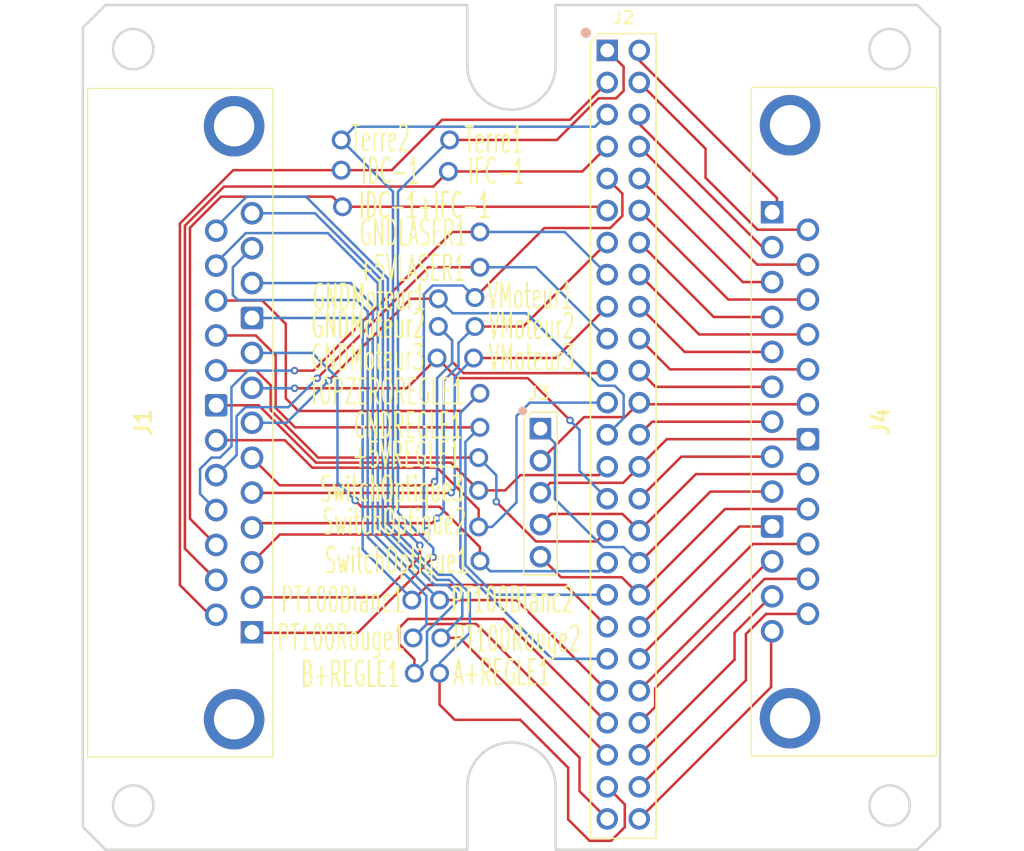
<source format=kicad_pcb>
(kicad_pcb (version 20240108) (generator "pcbnew") (generator_version "8.0")
  (layers (0 "F.Cu" signal) (31 "B.Cu" signal) (34 "B.Paste" user) (35 "F.Paste" user) (36 "B.SilkS" user "B.Silkscreen") (37 "F.SilkS" user "F.Silkscreen") (38 "B.Mask" user) (39 "F.Mask" user) (44 "Edge.Cuts" user))
  (net 0 "")
  (net 1 "Net-(+5VLASER1-Pin_1)")
  (net 2 "Net-(+5VREGLE1-Pin_1)")
  (net 3 "Net-(A+REGLE1-Pin_1)")
  (net 4 "Net-(B+REGLE1-Pin_1)")
  (net 5 "Net-(GNDLASER1-Pin_1)")
  (net 6 "Net-(GNDMoteur1-Pin_1)")
  (net 7 "Net-(GNDMoteur2-Pin_1)")
  (net 8 "Net-(GNDMoteur3-Pin_1)")
  (net 9 "Net-(GNDREGLE1-Pin_1)")
  (net 10 "Net-(IDC-1+IFC-1-Pin_1)")
  (net 11 "Net-(J2-Pin_5)")
  (net 12 "Net-(J2-Pin_23)")
  (net 13 "Net-(J2-Pin_41)")
  (net 14 "Net-(J2-Pin_17)")
  (net 15 "Net-(J2-Pin_33)")
  (net 16 "Net-(J2-Pin_39)")
  (net 17 "Net-(J2-Pin_13)")
  (net 18 "Net-(J2-Pin_49)")
  (net 19 "Net-(J2-Pin_1)")
  (net 20 "Net-(J2-Pin_45)")
  (net 21 "Net-(J2-Pin_27)")
  (net 22 "Net-(J2-Pin_9)")
  (net 23 "Net-(J2-Pin_37)")
  (net 24 "Net-(J2-Pin_18)")
  (net 25 "Net-(J2-Pin_2)")
  (net 26 "Net-(J2-Pin_10)")
  (net 27 "Net-(J2-Pin_28)")
  (net 28 "Net-(J2-Pin_24)")
  (net 29 "Net-(J2-Pin_6)")
  (net 30 "Net-(J2-Pin_34)")
  (net 31 "Net-(J2-Pin_14)")
  (net 32 "Net-(J4-Pad26)")
  (net 33 "Net-(IDC-1-Pin_1)")
  (net 34 "Net-(IFC-1-Pin_1)")
  (net 35 "Net-(J2-Pin_16)")
  (net 36 "Net-(J2-Pin_30)")
  (net 37 "Net-(J2-Pin22)")
  (net 38 "Net-(J2-Pin_32)")
  (net 39 "Net-(J2-Pin_26)")
  (net 40 "Net-(J2-Pin_8)")
  (net 41 "Net-(J2-Pin_12)")
  (net 42 "Net-(J2-Pin_20)")
  (net 43 "Net-(J2-Pin_4)")
  (net 44 "Net-(J2-Pin_40)")
  (net 45 "Net-(J2-Pin_44)")
  (net 46 "Net-(J2-Pin_46)")
  (net 47 "Net-(J2-Pin_50)")
  (net 48 "Net-(J2-Pin_42)")
  (net 49 "Net-(J2-Pin_48)")
  (net 50 "Net-(J2-Pin_36)")
  (net 51 "Net-(J2-Pin_38)")
  (footprint "Omidivers:Pt_trad_1.0mm" (layer "F.Cu") (at 155.9 70.9)
    (property "Reference" "Terre1")
    (property "Value" "Pt_trad_1.0mm" (hide yes))
  )
  (footprint "Omidivers:Pt_trad_1.0mm" (layer "F.Cu") (at 158.3 104.3 180)
    (property "Reference" "SwitchOptique1")
    (property "Value" "PT_cms_1.0mm" (hide yes))
  )
  (footprint "Omidivers:Pt_trad_1.0mm" (layer "F.Cu") (at 152.9 107.4)
    (property "Reference" "PT100Blanc1")
    (property "Value" "PT_cms_1.0mm" (hide yes))
  )
  (footprint "Omidivers:Pt_trad_1.0mm" (layer "F.Cu") (at 157.8 88.2)
    (property "Reference" "VMoteur3")
    (property "Value" "PT_cms_1.0mm" (hide yes))
  )
  (footprint "Omiconnecteur:PinHeader_2x25_P2.54mm_V_omi" (layer "F.Cu") (at 168.4 63.8)
    (property "Reference" "J2")
    (property "Value" "Conn_02x25_Odd_Even" (hide yes))
  )
  (footprint "Omidivers:Pt_trad_1.0mm" (layer "F.Cu") (at 155.8 73.4)
    (property "Reference" "IFC-1")
    (property "Value" "PT_cms_1.0mm" (hide yes))
  )
  (footprint "Omidivers:Pt_trad_1.0mm" (layer "F.Cu") (at 155.1 107.4)
    (property "Reference" "PT100Blanc2")
    (property "Value" "PT_cms_1.0mm" (hide yes))
  )
  (footprint "Omidivers:Pt_trad_1.0mm" (layer "F.Cu") (at 155.1 113.2)
    (property "Reference" "A+REGLE1")
    (property "Value" "PT_cms_1.0mm" (hide yes))
  )
  (footprint "Omidivers:Pt_trad_1.0mm" (layer "F.Cu") (at 155 83.5)
    (property "Reference" "GNDMoteur1")
    (property "Value" "PT_cms_1.0mm" (hide yes))
  )
  (footprint "Omidivers:Pt_trad_1.0mm" (layer "F.Cu") (at 158.2 96.1 180)
    (property "Reference" "+5VREGLE1")
    (property "Value" "PT_cms_1.0mm" (hide yes))
  )
  (footprint "Omidivers:Pt_trad_1.0mm" (layer "F.Cu") (at 153 110.4)
    (property "Reference" "PT100Rouge1")
    (property "Value" "PT_cms_1.0mm" (hide yes))
  )
  (footprint "Omidivers:Pt_trad_1.0mm" (layer "F.Cu") (at 147.4 76.2)
    (property "Reference" "IDC-1+IFC-1")
    (property "Value" "PT_cms_1.0mm" (hide yes))
  )
  (footprint "Omidivers:Pt_trad_1.0mm" (layer "F.Cu") (at 158.2 98.7 180)
    (property "Reference" "SwitchOptique3")
    (property "Value" "PT_cms_1.0mm" (hide yes))
  )
  (footprint "Omidivers:Pt_trad_1.0mm" (layer "F.Cu") (at 158.3 81)
    (property "Reference" "+5VLASER1")
    (property "Value" "PT_cms_1.0mm" (hide yes))
  )
  (footprint "Omidivers:Pt_trad_1.0mm" (layer "F.Cu") (at 153.1 113.2)
    (property "Reference" "B+REGLE1")
    (property "Value" "PT_cms_1.0mm" (hide yes))
  )
  (footprint "Omidivers:Pt_trad_1.0mm" (layer "F.Cu") (at 154.9 88.2)
    (property "Reference" "GNDMoteur3")
    (property "Value" "PT_cms_1.0mm" (hide yes))
  )
  (footprint "Omiconnecteur:sub_D_25" (layer "F.Cu") (at 181.48 76.635 -90)
    (property "Reference" "J4")
    (property "Value" "5443991" (hide yes))
  )
  (footprint "Omidivers:Pt_trad_1.0mm" (layer "F.Cu") (at 157.9 83.4)
    (property "Reference" "VMoteur1")
    (property "Value" "PT_cms_1.0mm" (hide yes))
  )
  (footprint "Omidivers:Pt_trad_1.0mm" (layer "F.Cu") (at 158.3 91)
    (property "Reference" "TOPZEROREGLE1")
    (property "Value" "PT_cms_1.0mm" (hide yes))
  )
  (footprint "Omidivers:Pt_trad_1.0mm" (layer "F.Cu") (at 157.9 85.7)
    (property "Reference" "VMoteur2")
    (property "Value" "PT_cms_1.0mm" (hide yes))
  )
  (footprint "Omidivers:Pt_trad_1.0mm" (layer "F.Cu") (at 147.3 73.3)
    (property "Reference" "IDC-1")
    (property "Value" "PT_cms_1.0mm" (hide yes))
  )
  (footprint "Omiconnecteur:sub_D_25" (layer "F.Cu") (at 140.22 109.955 90)
    (property "Reference" "J1")
    (property "Value" "5443991" (hide yes))
  )
  (footprint "Omidivers:Pt_trad_1.0mm" (layer "F.Cu") (at 155 85.7)
    (property "Reference" "GNDMoteur2")
    (property "Value" "PT_cms_1.0mm" (hide yes))
  )
  (footprint "Omiconnecteur:PinHeader_1x05_P2.54mm_V_omi" (layer "F.Cu") (at 163.1 93.8)
    (property "Reference" "J3")
    (property "Value" "Conn_01x05_P2.54mm_pinheader_vertical" (hide yes))
  )
  (footprint "Omidivers:Pt_trad_1.0mm" (layer "F.Cu") (at 155.2 110.4)
    (property "Reference" "PT100Rouge2")
    (property "Value" "PT_cms_1.0mm" (hide yes))
  )
  (footprint "Omidivers:Pt_trad_1.0mm" (layer "F.Cu") (at 158.3 78.2)
    (property "Reference" "GNDLASER1")
    (property "Value" "PT_cms_1.0mm" (hide yes))
  )
  (footprint "Omidivers:Pt_trad_1.0mm" (layer "F.Cu") (at 158.2 101.6 180)
    (property "Reference" "SwitchOptique2")
    (property "Value" "PT_cms_1.0mm" (hide yes))
  )
  (footprint "Omidivers:Pt_trad_1.0mm" (layer "F.Cu") (at 147.3 70.9)
    (property "Reference" "Terre2")
    (property "Value" "PT_cms_1.0mm" (hide yes))
  )
  (footprint "Omidivers:Pt_trad_1.0mm" (layer "F.Cu") (at 158.3 93.7 180)
    (property "Reference" "GNDREGLE1")
    (property "Value" "PT_cms_1.0mm" (hide yes))
  )
  (gr_line (start 164.3 127.2) (end 164.3 122.2) (stroke (width 0.2)) (layer "Edge.Cuts"))
  (gr_arc (start 164.3 65) (mid 160.8 68.5) (end 157.3 65) (stroke (width 0.2)) (layer "Edge.Cuts"))
  (gr_line (start 194.8 62) (end 194.8 125.4) (stroke (width 0.2)) (layer "Edge.Cuts"))
  (gr_arc (start 157.3 122.2) (mid 160.8 118.7) (end 164.3 122.2) (stroke (width 0.2)) (layer "Edge.Cuts"))
  (gr_line (start 128.6 127.2) (end 126.8 125.4) (stroke (width 0.2)) (layer "Edge.Cuts"))
  (gr_circle (center 190.8 63.7) (end 192.4 63.7) (stroke (width 0.2)) (fill none) (layer "Edge.Cuts"))
  (gr_line (start 126.8 62) (end 128.6 60.2) (stroke (width 0.2)) (layer "Edge.Cuts"))
  (gr_line (start 193 127.2) (end 164.3 127.2) (stroke (width 0.2)) (layer "Edge.Cuts"))
  (gr_line (start 126.8 125.4) (end 126.8 62) (stroke (width 0.2)) (layer "Edge.Cuts"))
  (gr_line (start 194.8 62) (end 193 60.2) (stroke (width 0.2)) (layer "Edge.Cuts"))
  (gr_line (start 164.3 65) (end 164.3 60.2) (stroke (width 0.2)) (layer "Edge.Cuts"))
  (gr_circle (center 130.8 63.7) (end 132.4 63.7) (stroke (width 0.2)) (fill none) (layer "Edge.Cuts"))
  (gr_line (start 164.3 60.2) (end 193 60.2) (stroke (width 0.2)) (layer "Edge.Cuts"))
  (gr_line (start 157.3 127.2) (end 128.6 127.2) (stroke (width 0.2)) (layer "Edge.Cuts"))
  (gr_line (start 157.3 60.2) (end 157.3 65) (stroke (width 0.2)) (layer "Edge.Cuts"))
  (gr_line (start 128.6 60.2) (end 157.3 60.2) (stroke (width 0.2)) (layer "Edge.Cuts"))
  (gr_circle (center 190.8 123.7) (end 192.4 123.7) (stroke (width 0.2)) (fill none) (layer "Edge.Cuts"))
  (gr_line (start 157.3 122.2) (end 157.3 127.2) (stroke (width 0.2)) (layer "Edge.Cuts"))
  (gr_circle (center 130.8 123.7) (end 132.4 123.7) (stroke (width 0.2)) (fill none) (layer "Edge.Cuts"))
  (gr_line (start 193 127.2) (end 194.8 125.4) (stroke (width 0.2)) (layer "Edge.Cuts"))
  (segment (start 154.2 81) (end 158.3 81) (width 0.2) (layer "F.Cu") (net 1))
  (segment (start 145.4 89.8) (end 154.2 81) (width 0.2) (layer "F.Cu") (net 1))
  (via (at 145.4 89.8) (size 0.6) (drill 0.3) (layers "F.Cu" "B.Cu") (net 1))
  (segment (start 139.7 92.1) (end 139 92.8) (width 0.2) (layer "B.Cu") (net 1))
  (segment (start 145.4 89.8) (end 143.1 92.1) (width 0.2) (layer "B.Cu") (net 1))
  (segment (start 137.41 97.49) (end 137.38 97.49) (width 0.2) (layer "B.Cu") (net 1))
  (segment (start 139 95.9) (end 137.41 97.49) (width 0.2) (layer "B.Cu") (net 1))
  (segment (start 143.1 92.1) (end 139.7 92.1) (width 0.2) (layer "B.Cu") (net 1))
  (segment (start 158.3 81) (end 162.74 81) (width 0.2) (layer "B.Cu") (net 1))
  (segment (start 162.74 81) (end 168.4 86.66) (width 0.2) (layer "B.Cu") (net 1))
  (segment (start 139 92.8) (end 139 95.9) (width 0.2) (layer "B.Cu") (net 1))
  (segment (start 137.38 89.18) (end 137.4 89.2) (width 0.2) (layer "F.Cu") (net 2))
  (segment (start 137.4 89.2) (end 140.54145 89.2) (width 0.2) (layer "F.Cu") (net 2))
  (segment (start 141.7 92.334314) (end 145.465686 96.1) (width 0.2) (layer "F.Cu") (net 2))
  (segment (start 162.75 102.75) (end 167.55 102.75) (width 0.2) (layer "F.Cu") (net 2))
  (segment (start 145.465686 96.1) (end 158.2 96.1) (width 0.2) (layer "F.Cu") (net 2))
  (segment (start 141.7 90.35855) (end 141.7 92.334314) (width 0.2) (layer "F.Cu") (net 2))
  (segment (start 140.54145 89.2) (end 141.7 90.35855) (width 0.2) (layer "F.Cu") (net 2))
  (segment (start 159.6 99.6) (end 162.75 102.75) (width 0.2) (layer "F.Cu") (net 2))
  (segment (start 167.55 102.75) (end 168.4 101.9) (width 0.2) (layer "F.Cu") (net 2))
  (via (at 159.6 99.6) (size 0.6) (drill 0.3) (layers "F.Cu" "B.Cu") (net 2))
  (segment (start 159.6 97.5) (end 158.2 96.1) (width 0.2) (layer "B.Cu") (net 2))
  (segment (start 159.6 99.6) (end 159.6 97.5) (width 0.2) (layer "B.Cu") (net 2))
  (segment (start 165.3 120.7) (end 161.5 116.9) (width 0.2) (layer "F.Cu") (net 3))
  (segment (start 168.7 126.5) (end 167 126.5) (width 0.2) (layer "F.Cu") (net 3))
  (segment (start 167 126.5) (end 165.3 124.8) (width 0.2) (layer "F.Cu") (net 3))
  (segment (start 155.1 115.7) (end 155.1 113.2) (width 0.2) (layer "F.Cu") (net 3))
  (segment (start 169.79 123.61) (end 169.79 125.41) (width 0.2) (layer "F.Cu") (net 3))
  (segment (start 161.5 116.9) (end 156.3 116.9) (width 0.2) (layer "F.Cu") (net 3))
  (segment (start 156.3 116.9) (end 155.1 115.7) (width 0.2) (layer "F.Cu") (net 3))
  (segment (start 168.4 122.22) (end 169.79 123.61) (width 0.2) (layer "F.Cu") (net 3))
  (segment (start 165.3 124.8) (end 165.3 120.7) (width 0.2) (layer "F.Cu") (net 3))
  (segment (start 169.79 125.41) (end 168.7 126.5) (width 0.2) (layer "F.Cu") (net 3))
  (segment (start 156.034314 105.4) (end 155.031372 105.4) (width 0.2) (layer "B.Cu") (net 3))
  (segment (start 155.1 112.4) (end 157.5 110) (width 0.2) (layer "B.Cu") (net 3))
  (segment (start 151 101.368628) (end 151 81.9) (width 0.2) (layer "B.Cu") (net 3))
  (segment (start 155.031372 105.4) (end 151 101.368628) (width 0.2) (layer "B.Cu") (net 3))
  (segment (start 157.5 106.865686) (end 156.034314 105.4) (width 0.2) (layer "B.Cu") (net 3))
  (segment (start 155.1 113.2) (end 155.1 112.4) (width 0.2) (layer "B.Cu") (net 3))
  (segment (start 137.38 77.82) (end 137.38 78.1) (width 0.2) (layer "B.Cu") (net 3))
  (segment (start 151 81.9) (end 144.5 75.4) (width 0.2) (layer "B.Cu") (net 3))
  (segment (start 139.8 75.4) (end 137.38 77.82) (width 0.2) (layer "B.Cu") (net 3))
  (segment (start 157.5 110) (end 157.5 106.865686) (width 0.2) (layer "B.Cu") (net 3))
  (segment (start 144.5 75.4) (end 139.8 75.4) (width 0.2) (layer "B.Cu") (net 3))
  (segment (start 153.1 112.1) (end 151.9 110.9) (width 0.2) (layer "F.Cu") (net 4))
  (segment (start 153.1 113.2) (end 153.1 112.1) (width 0.2) (layer "F.Cu") (net 4))
  (segment (start 160.16 108.9) (end 168.4 117.14) (width 0.2) (layer "F.Cu") (net 4))
  (segment (start 151.9 110.9) (end 151.9 109.6) (width 0.2) (layer "F.Cu") (net 4))
  (segment (start 152.6 108.9) (end 160.16 108.9) (width 0.2) (layer "F.Cu") (net 4))
  (segment (start 151.9 109.6) (end 152.6 108.9) (width 0.2) (layer "F.Cu") (net 4))
  (segment (start 150.2 101.7) (end 154.7 106.2) (width 0.2) (layer "B.Cu") (net 4))
  (segment (start 154.1 109.9) (end 154.1 112.2) (width 0.2) (layer "B.Cu") (net 4))
  (segment (start 150.2 82.265686) (end 150.2 101.7) (width 0.2) (layer "B.Cu") (net 4))
  (segment (start 156.4 107.6) (end 154.1 109.9) (width 0.2) (layer "B.Cu") (net 4))
  (segment (start 154.1 112.2) (end 153.1 113.2) (width 0.2) (layer "B.Cu") (net 4))
  (segment (start 146.226814 78.2925) (end 150.2 82.265686) (width 0.2) (layer "B.Cu") (net 4))
  (segment (start 139.72605 78.2925) (end 146.226814 78.2925) (width 0.2) (layer "B.Cu") (net 4))
  (segment (start 154.7 106.2) (end 155.702942 106.2) (width 0.2) (layer "B.Cu") (net 4))
  (segment (start 155.702942 106.2) (end 156.4 106.897058) (width 0.2) (layer "B.Cu") (net 4))
  (segment (start 156.4 106.897058) (end 156.4 107.6) (width 0.2) (layer "B.Cu") (net 4))
  (segment (start 137.38 80.63855) (end 139.72605 78.2925) (width 0.2) (layer "B.Cu") (net 4))
  (segment (start 137.38 80.87) (end 137.38 80.63855) (width 0.2) (layer "B.Cu") (net 4))
  (segment (start 143.6 89.2) (end 145.1 89.2) (width 0.2) (layer "F.Cu") (net 5))
  (segment (start 156.1 78.2) (end 158.3 78.2) (width 0.2) (layer "F.Cu") (net 5))
  (segment (start 145.1 89.2) (end 156.1 78.2) (width 0.2) (layer "F.Cu") (net 5))
  (via (at 143.6 89.2) (size 0.6) (drill 0.3) (layers "F.Cu" "B.Cu") (net 5))
  (segment (start 138.6 94.3) (end 138.6 95.18645) (width 0.2) (layer "B.Cu") (net 5))
  (segment (start 158.3 78.2) (end 165.02 78.2) (width 0.2) (layer "B.Cu") (net 5))
  (segment (start 137.68645 96.1) (end 137 96.1) (width 0.2) (layer "B.Cu") (net 5))
  (segment (start 138.6 95.18645) (end 137.68645 96.1) (width 0.2) (layer "B.Cu") (net 5))
  (segment (start 143.6 89.2) (end 139.89855 89.2) (width 0.2) (layer "B.Cu") (net 5))
  (segment (start 138.589657 90.508893) (end 138.589657 94.289657) (width 0.2) (layer "B.Cu") (net 5))
  (segment (start 139.89855 89.2) (end 138.589657 90.508893) (width 0.2) (layer "B.Cu") (net 5))
  (segment (start 165.02 78.2) (end 168.4 81.58) (width 0.2) (layer "B.Cu") (net 5))
  (segment (start 136.1 98.98) (end 137.38 100.26) (width 0.2) (layer "B.Cu") (net 5))
  (segment (start 137 96.1) (end 136.1 97) (width 0.2) (layer "B.Cu") (net 5))
  (segment (start 138.589657 94.289657) (end 138.6 94.3) (width 0.2) (layer "B.Cu") (net 5))
  (segment (start 136.1 97) (end 136.1 98.98) (width 0.2) (layer "B.Cu") (net 5))
  (segment (start 152.8 83.5) (end 155 83.5) (width 0.2) (layer "F.Cu") (net 6))
  (segment (start 139.735 93.3) (end 139.7 93.335) (width 0.2) (layer "F.Cu") (net 6))
  (segment (start 146.3 90) (end 152.8 83.5) (width 0.2) (layer "F.Cu") (net 6))
  (via (at 146.3 90) (size 0.6) (drill 0.3) (layers "F.Cu" "B.Cu") (net 6))
  (segment (start 161.983654 84.65) (end 167.733654 90.4) (width 0.2) (layer "B.Cu") (net 6))
  (segment (start 142.965 93.335) (end 140.22 93.335) (width 0.2) (layer "B.Cu") (net 6))
  (segment (start 169.7 91.1) (end 169.7 92.98) (width 0.2) (layer "B.Cu") (net 6))
  (segment (start 156.15 84.65) (end 161.983654 84.65) (width 0.2) (layer "B.Cu") (net 6))
  (segment (start 146.3 90) (end 142.965 93.335) (width 0.2) (layer "B.Cu") (net 6))
  (segment (start 169 90.4) (end 169.7 91.1) (width 0.2) (layer "B.Cu") (net 6))
  (segment (start 167.733654 90.4) (end 169 90.4) (width 0.2) (layer "B.Cu") (net 6))
  (segment (start 155 83.5) (end 156.15 84.65) (width 0.2) (layer "B.Cu") (net 6))
  (segment (start 169.7 92.98) (end 168.4 94.28) (width 0.2) (layer "B.Cu") (net 6))
  (segment (start 156.1 88.5) (end 157 89.4) (width 0.2) (layer "F.Cu") (net 7))
  (segment (start 155 85.7) (end 156.1 86.8) (width 0.2) (layer "F.Cu") (net 7))
  (segment (start 156.1 86.8) (end 156.1 88.5) (width 0.2) (layer "F.Cu") (net 7))
  (segment (start 154.4 98.3) (end 142.415 98.3) (width 0.2) (layer "F.Cu") (net 7))
  (segment (start 168.2 89.4) (end 168.4 89.2) (width 0.2) (layer "F.Cu") (net 7))
  (segment (start 142.415 98.3) (end 140.22 96.105) (width 0.2) (layer "F.Cu") (net 7))
  (segment (start 157 89.4) (end 168.2 89.4) (width 0.2) (layer "F.Cu") (net 7))
  (segment (start 139.805 96) (end 139.7 96.105) (width 0.2) (layer "F.Cu") (net 7))
  (segment (start 154.7 98) (end 154.4 98.3) (width 0.2) (layer "F.Cu") (net 7))
  (via (at 154.7 98) (size 0.6) (drill 0.3) (layers "F.Cu" "B.Cu") (net 7))
  (segment (start 156.1 86.8) (end 155 85.7) (width 0.2) (layer "B.Cu") (net 7))
  (segment (start 156.1 88.6) (end 156.1 86.8) (width 0.2) (layer "B.Cu") (net 7))
  (segment (start 154.7 98) (end 154.9 97.8) (width 0.2) (layer "B.Cu") (net 7))
  (segment (start 154.9 89.8) (end 156.1 88.6) (width 0.2) (layer "B.Cu") (net 7))
  (segment (start 154.9 97.8) (end 154.9 89.8) (width 0.2) (layer "B.Cu") (net 7))
  (segment (start 143.6 90.6) (end 152.5 90.6) (width 0.2) (layer "F.Cu") (net 8))
  (segment (start 165.445735 93.145735) (end 162.1 89.8) (width 0.2) (layer "F.Cu") (net 8))
  (segment (start 162.1 89.8) (end 156.5 89.8) (width 0.2) (layer "F.Cu") (net 8))
  (segment (start 156.5 89.8) (end 154.9 88.2) (width 0.2) (layer "F.Cu") (net 8))
  (segment (start 152.5 90.6) (end 154.9 88.2) (width 0.2) (layer "F.Cu") (net 8))
  (segment (start 139.7 90.565) (end 139.735 90.6) (width 0.2) (layer "F.Cu") (net 8))
  (via (at 143.6 90.6) (size 0.6) (drill 0.3) (layers "F.Cu" "B.Cu") (net 8))
  (via (at 165.445735 93.145735) (size 0.6) (drill 0.3) (layers "F.Cu" "B.Cu") (net 8))
  (segment (start 143.6 90.6) (end 140.255 90.6) (width 0.2) (layer "B.Cu") (net 8))
  (segment (start 166.2 93.9) (end 166.2 97.16) (width 0.2) (layer "B.Cu") (net 8))
  (segment (start 140.255 90.6) (end 140.22 90.565) (width 0.2) (layer "B.Cu") (net 8))
  (segment (start 165.445735 93.145735) (end 166.2 93.9) (width 0.2) (layer "B.Cu") (net 8))
  (segment (start 166.2 97.16) (end 168.4 99.36) (width 0.2) (layer "B.Cu") (net 8))
  (segment (start 140.52145 86.41) (end 142.1 87.98855) (width 0.2) (layer "F.Cu") (net 9))
  (segment (start 137.38 86.41) (end 140.52145 86.41) (width 0.2) (layer "F.Cu") (net 9))
  (segment (start 142.1 92.168628) (end 143.631372 93.7) (width 0.2) (layer "F.Cu") (net 9))
  (segment (start 142.1 87.98855) (end 142.1 92.168628) (width 0.2) (layer "F.Cu") (net 9))
  (segment (start 143.631372 93.7) (end 158.3 93.7) (width 0.2) (layer "F.Cu") (net 9))
  (segment (start 159.495075 106.98) (end 168.4 106.98) (width 0.2) (layer "B.Cu") (net 9))
  (segment (start 158.3 93.7) (end 157.15 94.85) (width 0.2) (layer "B.Cu") (net 9))
  (segment (start 157.15 104.634925) (end 159.495075 106.98) (width 0.2) (layer "B.Cu") (net 9))
  (segment (start 157.15 94.85) (end 157.15 104.634925) (width 0.2) (layer "B.Cu") (net 9))
  (segment (start 147.4 76.2) (end 146.6 75.4) (width 0.2) (layer "F.Cu") (net 10))
  (segment (start 135.3 77.865686) (end 135.3 100.95) (width 0.2) (layer "F.Cu") (net 10))
  (segment (start 135.3 100.95) (end 137.38 103.03) (width 0.2) (layer "F.Cu") (net 10))
  (segment (start 146.6 75.4) (end 137.765686 75.4) (width 0.2) (layer "F.Cu") (net 10))
  (segment (start 137.765686 75.4) (end 135.3 77.865686) (width 0.2) (layer "F.Cu") (net 10))
  (segment (start 147.4 76.2) (end 168.1 76.2) (width 0.2) (layer "F.Cu") (net 10))
  (segment (start 168.1 76.2) (end 168.4 76.5) (width 0.2) (layer "F.Cu") (net 10))
  (segment (start 153.534927 103.055025) (end 153.534927 103.965073) (width 0.2) (layer "F.Cu") (net 11))
  (segment (start 153.534927 103.965073) (end 150.315 107.185) (width 0.2) (layer "F.Cu") (net 11))
  (segment (start 150.315 107.185) (end 140.22 107.185) (width 0.2) (layer "F.Cu") (net 11))
  (via (at 153.534927 103.055025) (size 0.6) (drill 0.3) (layers "F.Cu" "B.Cu") (net 11))
  (segment (start 167.43 69.85) (end 148.35 69.85) (width 0.2) (layer "B.Cu") (net 11))
  (segment (start 168.4 68.88) (end 167.43 69.85) (width 0.2) (layer "B.Cu") (net 11))
  (segment (start 151.4 100.920098) (end 151.4 75) (width 0.2) (layer "B.Cu") (net 11))
  (segment (start 153.534927 103.055025) (end 151.4 100.920098) (width 0.2) (layer "B.Cu") (net 11))
  (segment (start 148.35 69.85) (end 147.3 70.9) (width 0.2) (layer "B.Cu") (net 11))
  (segment (start 151.4 75) (end 147.3 70.9) (width 0.2) (layer "B.Cu") (net 11))
  (segment (start 158.2 101.6) (end 158.2 100.2) (width 0.2) (layer "F.Cu") (net 12))
  (segment (start 145 96.9) (end 142.82 94.72) (width 0.2) (layer "F.Cu") (net 12))
  (segment (start 154.9 96.9) (end 145 96.9) (width 0.2) (layer "F.Cu") (net 12))
  (segment (start 158.2 100.2) (end 154.9 96.9) (width 0.2) (layer "F.Cu") (net 12))
  (segment (start 142.82 94.72) (end 137.38 94.72) (width 0.2) (layer "F.Cu") (net 12))
  (segment (start 161.2 92.8) (end 162.26 91.74) (width 0.2) (layer "B.Cu") (net 12))
  (segment (start 162.26 91.74) (end 168.4 91.74) (width 0.2) (layer "B.Cu") (net 12))
  (segment (start 161.2 99.66066) (end 161.2 92.8) (width 0.2) (layer "B.Cu") (net 12))
  (segment (start 158.2 101.6) (end 159.26066 101.6) (width 0.2) (layer "B.Cu") (net 12))
  (segment (start 159.26066 101.6) (end 161.2 99.66066) (width 0.2) (layer "B.Cu") (net 12))
  (segment (start 161.2 107.4) (end 168.4 114.6) (width 0.2) (layer "F.Cu") (net 13))
  (segment (start 155.1 107.4) (end 161.2 107.4) (width 0.2) (layer "F.Cu") (net 13))
  (segment (start 155.1 107.4) (end 149.8 102.1) (width 0.2) (layer "B.Cu") (net 13))
  (segment (start 148.055 82.255) (end 139.7 82.255) (width 0.2) (layer "B.Cu") (net 13))
  (segment (start 149.8 102.1) (end 149.8 84) (width 0.2) (layer "B.Cu") (net 13))
  (segment (start 149.8 84) (end 148.055 82.255) (width 0.2) (layer "B.Cu") (net 13))
  (segment (start 140.245 98.9) (end 140.22 98.875) (width 0.2) (layer "F.Cu") (net 14))
  (segment (start 164.32 88.2) (end 168.4 84.12) (width 0.2) (layer "F.Cu") (net 14))
  (segment (start 155.999997 98.9) (end 140.245 98.9) (width 0.2) (layer "F.Cu") (net 14))
  (segment (start 156.025735 98.874262) (end 155.999997 98.9) (width 0.2) (layer "F.Cu") (net 14))
  (segment (start 157.8 88.2) (end 164.32 88.2) (width 0.2) (layer "F.Cu") (net 14))
  (via (at 156.025735 98.874262) (size 0.6) (drill 0.3) (layers "F.Cu" "B.Cu") (net 14))
  (segment (start 156.025735 98.874262) (end 156.3 98.599997) (width 0.2) (layer "B.Cu") (net 14))
  (segment (start 156.3 98.599997) (end 156.3 89.7) (width 0.2) (layer "B.Cu") (net 14))
  (segment (start 156.3 89.7) (end 157.8 88.2) (width 0.2) (layer "B.Cu") (net 14))
  (segment (start 155.1 100) (end 158.3 103.2) (width 0.2) (layer "F.Cu") (net 15))
  (segment (start 148.4 99.5) (end 148.9 100) (width 0.2) (layer "F.Cu") (net 15))
  (segment (start 158.3 103.2) (end 158.3 104.3) (width 0.2) (layer "F.Cu") (net 15))
  (segment (start 148.9 100) (end 155.1 100) (width 0.2) (layer "F.Cu") (net 15))
  (via (at 148.4 99.5) (size 0.6) (drill 0.3) (layers "F.Cu" "B.Cu") (net 15))
  (segment (start 148.4 99.5) (end 147 98.1) (width 0.2) (layer "B.Cu") (net 15))
  (segment (start 147 98.1) (end 147 89.8) (width 0.2) (layer "B.Cu") (net 15))
  (segment (start 147 89.8) (end 144.995 87.795) (width 0.2) (layer "B.Cu") (net 15))
  (segment (start 167.73 105.11) (end 168.4 104.44) (width 0.2) (layer "B.Cu") (net 15))
  (segment (start 159.11 105.11) (end 167.73 105.11) (width 0.2) (layer "B.Cu") (net 15))
  (segment (start 158.3 104.3) (end 159.11 105.11) (width 0.2) (layer "B.Cu") (net 15))
  (segment (start 144.995 87.795) (end 140.22 87.795) (width 0.2) (layer "B.Cu") (net 15))
  (segment (start 143.9 92.4) (end 142.9 91.4) (width 0.2) (layer "F.Cu") (net 16))
  (segment (start 158.3 91) (end 156.9 92.4) (width 0.2) (layer "F.Cu") (net 16))
  (segment (start 141.04 83.64) (end 137.38 83.64) (width 0.2) (layer "F.Cu") (net 16))
  (segment (start 142.9 91.4) (end 142.9 85.5) (width 0.2) (layer "F.Cu") (net 16))
  (segment (start 142.9 85.5) (end 141.04 83.64) (width 0.2) (layer "F.Cu") (net 16))
  (segment (start 156.9 92.4) (end 143.9 92.4) (width 0.2) (layer "F.Cu") (net 16))
  (segment (start 156.75 104.800611) (end 164.009389 112.06) (width 0.2) (layer "B.Cu") (net 16))
  (segment (start 164.009389 112.06) (end 168.4 112.06) (width 0.2) (layer "B.Cu") (net 16))
  (segment (start 156.75 92.55) (end 156.75 104.800611) (width 0.2) (layer "B.Cu") (net 16))
  (segment (start 158.3 91) (end 156.75 92.55) (width 0.2) (layer "B.Cu") (net 16))
  (segment (start 154.9 100.9) (end 154.5 101.3) (width 0.2) (layer "F.Cu") (net 17))
  (segment (start 161.74 85.7) (end 168.4 79.04) (width 0.2) (layer "F.Cu") (net 17))
  (segment (start 140.565 101.3) (end 140.22 101.645) (width 0.2) (layer "F.Cu") (net 17))
  (segment (start 157.9 85.7) (end 161.74 85.7) (width 0.2) (layer "F.Cu") (net 17))
  (segment (start 154.5 101.3) (end 140.565 101.3) (width 0.2) (layer "F.Cu") (net 17))
  (via (at 154.9 100.9) (size 0.6) (drill 0.3) (layers "F.Cu" "B.Cu") (net 17))
  (segment (start 155.425735 90.008579) (end 156.6 88.834314) (width 0.2) (layer "B.Cu") (net 17))
  (segment (start 154.9 100.9) (end 155.425735 100.374265) (width 0.2) (layer "B.Cu") (net 17))
  (segment (start 156.6 88.834314) (end 156.6 87) (width 0.2) (layer "B.Cu") (net 17))
  (segment (start 155.425735 100.374265) (end 155.425735 90.008579) (width 0.2) (layer "B.Cu") (net 17))
  (segment (start 156.6 87) (end 157.9 85.7) (width 0.2) (layer "B.Cu") (net 17))
  (segment (start 156.7 110.4) (end 166.2 119.9) (width 0.2) (layer "F.Cu") (net 18))
  (segment (start 155.2 110.4) (end 156.7 110.4) (width 0.2) (layer "F.Cu") (net 18))
  (segment (start 166.2 119.9) (end 166.2 122.56) (width 0.2) (layer "F.Cu") (net 18))
  (segment (start 166.2 122.56) (end 168.4 124.76) (width 0.2) (layer "F.Cu") (net 18))
  (segment (start 155.868628 105.8) (end 154.865686 105.8) (width 0.2) (layer "B.Cu") (net 18))
  (segment (start 156.9 108.7) (end 156.9 106.831372) (width 0.2) (layer "B.Cu") (net 18))
  (segment (start 150.6 82.1) (end 145.215 76.715) (width 0.2) (layer "B.Cu") (net 18))
  (segment (start 150.6 101.534314) (end 150.6 82.1) (width 0.2) (layer "B.Cu") (net 18))
  (segment (start 155.2 110.4) (end 156.9 108.7) (width 0.2) (layer "B.Cu") (net 18))
  (segment (start 145.215 76.715) (end 140.22 76.715) (width 0.2) (layer "B.Cu") (net 18))
  (segment (start 156.9 106.831372) (end 155.868628 105.8) (width 0.2) (layer "B.Cu") (net 18))
  (segment (start 154.865686 105.8) (end 150.6 101.534314) (width 0.2) (layer "B.Cu") (net 18))
  (segment (start 140.265 110) (end 140.22 109.955) (width 0.2) (layer "F.Cu") (net 19))
  (segment (start 164.405686 70.9) (end 155.9 70.9) (width 0.2) (layer "F.Cu") (net 19))
  (segment (start 167.705686 67.6) (end 164.405686 70.9) (width 0.2) (layer "F.Cu") (net 19))
  (segment (start 148.6 110) (end 140.265 110) (width 0.2) (layer "F.Cu") (net 19))
  (segment (start 169.1 67.6) (end 167.705686 67.6) (width 0.2) (layer "F.Cu") (net 19))
  (segment (start 169.7 65.1) (end 169.7 67) (width 0.2) (layer "F.Cu") (net 19))
  (segment (start 154.6 104) (end 148.6 110) (width 0.2) (layer "F.Cu") (net 19))
  (segment (start 169.7 67) (end 169.1 67.6) (width 0.2) (layer "F.Cu") (net 19))
  (segment (start 168.4 63.8) (end 169.7 65.1) (width 0.2) (layer "F.Cu") (net 19))
  (via (at 154.6 104) (size 0.6) (drill 0.3) (layers "F.Cu" "B.Cu") (net 19))
  (segment (start 154.6 103.271569) (end 151.8 100.471569) (width 0.2) (layer "B.Cu") (net 19))
  (segment (start 154.6 104) (end 154.6 103.271569) (width 0.2) (layer "B.Cu") (net 19))
  (segment (start 151.8 75) (end 155.9 70.9) (width 0.2) (layer "B.Cu") (net 19))
  (segment (start 151.8 100.471569) (end 151.8 75) (width 0.2) (layer "B.Cu") (net 19))
  (segment (start 168.4 119.68) (end 158.02 109.3) (width 0.2) (layer "F.Cu") (net 20))
  (segment (start 158.02 109.3) (end 154.1 109.3) (width 0.2) (layer "F.Cu") (net 20))
  (segment (start 154.1 109.3) (end 153 110.4) (width 0.2) (layer "F.Cu") (net 20))
  (segment (start 149.4 84.5) (end 148.5 83.6) (width 0.2) (layer "B.Cu") (net 20))
  (segment (start 149.4 102.415075) (end 149.4 84.5) (width 0.2) (layer "B.Cu") (net 20))
  (segment (start 154.05 109.35) (end 154.05 107.065075) (width 0.2) (layer "B.Cu") (net 20))
  (segment (start 148.5 83.6) (end 139.1 83.6) (width 0.2) (layer "B.Cu") (net 20))
  (segment (start 154.05 107.065075) (end 149.4 102.415075) (width 0.2) (layer "B.Cu") (net 20))
  (segment (start 138.7 83.2) (end 138.7 81.005) (width 0.2) (layer "B.Cu") (net 20))
  (segment (start 153 110.3) (end 152.7 110) (width 0.2) (layer "B.Cu") (net 20))
  (segment (start 138.7 81.005) (end 140.22 79.485) (width 0.2) (layer "B.Cu") (net 20))
  (segment (start 153 110.4) (end 154.05 109.35) (width 0.2) (layer "B.Cu") (net 20))
  (segment (start 139.1 83.6) (end 138.7 83.2) (width 0.2) (layer "B.Cu") (net 20))
  (segment (start 160.3 98.7) (end 158.2 98.7) (width 0.2) (layer "F.Cu") (net 21))
  (segment (start 161.51 97.49) (end 160.3 98.7) (width 0.2) (layer "F.Cu") (net 21))
  (segment (start 167.73 97.49) (end 161.51 97.49) (width 0.2) (layer "F.Cu") (net 21))
  (segment (start 168.4 96.82) (end 167.73 97.49) (width 0.2) (layer "F.Cu") (net 21))
  (segment (start 156 96.5) (end 158.2 98.7) (width 0.2) (layer "F.Cu") (net 21))
  (segment (start 140.75 91.95) (end 145.3 96.5) (width 0.2) (layer "F.Cu") (net 21))
  (segment (start 145.3 96.5) (end 156 96.5) (width 0.2) (layer "F.Cu") (net 21))
  (segment (start 137.38 91.95) (end 140.75 91.95) (width 0.2) (layer "F.Cu") (net 21))
  (segment (start 168.636346 77.89) (end 169.6 76.926346) (width 0.2) (layer "F.Cu") (net 22))
  (segment (start 142.434447 102.200553) (end 140.22 104.415) (width 0.2) (layer "F.Cu") (net 22))
  (segment (start 169.6 75.16) (end 168.4 73.96) (width 0.2) (layer "F.Cu") (net 22))
  (segment (start 153.776405 102.200553) (end 142.434447 102.200553) (width 0.2) (layer "F.Cu") (net 22))
  (segment (start 157.9 83.4) (end 163.41 77.89) (width 0.2) (layer "F.Cu") (net 22))
  (segment (start 163.41 77.89) (end 168.636346 77.89) (width 0.2) (layer "F.Cu") (net 22))
  (segment (start 154.076958 101.9) (end 153.776405 102.200553) (width 0.2) (layer "F.Cu") (net 22))
  (segment (start 169.6 76.926346) (end 169.6 75.16) (width 0.2) (layer "F.Cu") (net 22))
  (via (at 154.076958 101.9) (size 0.6) (drill 0.3) (layers "F.Cu" "B.Cu") (net 22))
  (segment (start 154.076958 101.9) (end 153.85 101.673042) (width 0.2) (layer "B.Cu") (net 22))
  (segment (start 154.55 82.45) (end 156.95 82.45) (width 0.2) (layer "B.Cu") (net 22))
  (segment (start 153.85 83.15) (end 154.55 82.45) (width 0.2) (layer "B.Cu") (net 22))
  (segment (start 153.85 101.673042) (end 153.85 83.15) (width 0.2) (layer "B.Cu") (net 22))
  (segment (start 156.95 82.45) (end 157.9 83.4) (width 0.2) (layer "B.Cu") (net 22))
  (segment (start 153 107.4) (end 154.2 106.2) (width 0.2) (layer "F.Cu") (net 23))
  (segment (start 154.2 106.2) (end 165.08 106.2) (width 0.2) (layer "F.Cu") (net 23))
  (segment (start 165.08 106.2) (end 168.4 109.52) (width 0.2) (layer "F.Cu") (net 23))
  (segment (start 149 85.2) (end 148.825 85.025) (width 0.2) (layer "B.Cu") (net 23))
  (segment (start 153 107.4) (end 149 103.4) (width 0.2) (layer "B.Cu") (net 23))
  (segment (start 148.825 85.025) (end 140.22 85.025) (width 0.2) (layer "B.Cu") (net 23))
  (segment (start 149 103.4) (end 149 85.2) (width 0.2) (layer "B.Cu") (net 23))
  (segment (start 181.86 87.715) (end 174.535 87.715) (width 0.2) (layer "F.Cu") (net 24))
  (segment (start 174.535 87.715) (end 170.94 84.12) (width 0.2) (layer "F.Cu") (net 24))
  (segment (start 181.86 75.51) (end 170.94 64.59) (width 0.2) (layer "F.Cu") (net 25))
  (segment (start 181.86 76.635) (end 181.86 75.51) (width 0.2) (layer "F.Cu") (net 25))
  (segment (start 170.94 64.59) (end 170.94 63.8) (width 0.2) (layer "F.Cu") (net 25))
  (segment (start 179.155 82.175) (end 170.94 73.96) (width 0.2) (layer "F.Cu") (net 26))
  (segment (start 181.86 82.175) (end 179.155 82.175) (width 0.2) (layer "F.Cu") (net 26))
  (segment (start 163.88 98.1) (end 169.66 98.1) (width 0.2) (layer "F.Cu") (net 27))
  (segment (start 163.1 98.88) (end 163.88 98.1) (width 0.2) (layer "F.Cu") (net 27))
  (segment (start 184.7 94.64) (end 173.12 94.64) (width 0.2) (layer "F.Cu") (net 27))
  (segment (start 169.66 98.1) (end 170.94 96.82) (width 0.2) (layer "F.Cu") (net 27))
  (segment (start 173.12 94.64) (end 170.94 96.82) (width 0.2) (layer "F.Cu") (net 27))
  (segment (start 169.79 92.89) (end 170.94 91.74) (width 0.2) (layer "F.Cu") (net 28))
  (segment (start 171.07 91.87) (end 170.94 91.74) (width 0.2) (layer "F.Cu") (net 28))
  (segment (start 163.1 96.34) (end 166.55 92.89) (width 0.2) (layer "F.Cu") (net 28))
  (segment (start 184.7 91.87) (end 171.07 91.87) (width 0.2) (layer "F.Cu") (net 28))
  (segment (start 166.55 92.89) (end 169.79 92.89) (width 0.2) (layer "F.Cu") (net 28))
  (segment (start 181.86 79.405) (end 180.705 79.405) (width 0.2) (layer "F.Cu") (net 29))
  (segment (start 180.705 79.405) (end 170.94 69.64) (width 0.2) (layer "F.Cu") (net 29))
  (segment (start 170.94 69.64) (end 170.94 68.88) (width 0.2) (layer "F.Cu") (net 29))
  (segment (start 176.585 98.795) (end 170.94 104.44) (width 0.2) (layer "F.Cu") (net 30))
  (segment (start 181.48 98.795) (end 176.585 98.795) (width 0.2) (layer "F.Cu") (net 30))
  (segment (start 163.1 93.8) (end 164.25 94.95) (width 0.2) (layer "B.Cu") (net 30))
  (segment (start 164.25 99.376346) (end 168.073654 103.2) (width 0.2) (layer "B.Cu") (net 30))
  (segment (start 169.7 103.2) (end 170.94 104.44) (width 0.2) (layer "B.Cu") (net 30))
  (segment (start 164.25 94.95) (end 164.25 99.376346) (width 0.2) (layer "B.Cu") (net 30))
  (segment (start 168.073654 103.2) (end 169.7 103.2) (width 0.2) (layer "B.Cu") (net 30))
  (segment (start 176.845 84.945) (end 170.94 79.04) (width 0.2) (layer "F.Cu") (net 31))
  (segment (start 181.86 84.945) (end 176.845 84.945) (width 0.2) (layer "F.Cu") (net 31))
  (segment (start 165.44 69.3) (end 155.3 69.3) (width 0.2) (layer "F.Cu") (net 33))
  (segment (start 168.4 66.34) (end 165.44 69.3) (width 0.2) (layer "F.Cu") (net 33))
  (segment (start 134.5 77.534314) (end 134.5 106.21) (width 0.2) (layer "F.Cu") (net 33))
  (segment (start 151.3 73.3) (end 147.3 73.3) (width 0.2) (layer "F.Cu") (net 33))
  (segment (start 138.734314 73.3) (end 134.5 77.534314) (width 0.2) (layer "F.Cu") (net 33))
  (segment (start 136.86 108.57) (end 137.38 108.57) (width 0.2) (layer "F.Cu") (net 33))
  (segment (start 155.3 69.3) (end 151.3 73.3) (width 0.2) (layer "F.Cu") (net 33))
  (segment (start 147.3 73.3) (end 138.734314 73.3) (width 0.2) (layer "F.Cu") (net 33))
  (segment (start 134.5 106.21) (end 136.86 108.57) (width 0.2) (layer "F.Cu") (net 33))
  (segment (start 155.8 73.4) (end 154.6 74.6) (width 0.2) (layer "F.Cu") (net 34))
  (segment (start 138 74.6) (end 134.9 77.7) (width 0.2) (layer "F.Cu") (net 34))
  (segment (start 166.42 73.4) (end 168.4 71.42) (width 0.2) (layer "F.Cu") (net 34))
  (segment (start 154.6 74.6) (end 138 74.6) (width 0.2) (layer "F.Cu") (net 34))
  (segment (start 155.8 73.4) (end 166.42 73.4) (width 0.2) (layer "F.Cu") (net 34))
  (segment (start 134.9 77.7) (end 134.9 103.32) (width 0.2) (layer "F.Cu") (net 34))
  (segment (start 134.9 103.32) (end 137.38 105.8) (width 0.2) (layer "F.Cu") (net 34))
  (segment (start 184.7 86.33) (end 175.69 86.33) (width 0.2) (layer "F.Cu") (net 35))
  (segment (start 175.69 86.33) (end 170.94 81.58) (width 0.2) (layer "F.Cu") (net 35))
  (segment (start 181.86 96.025) (end 174.275 96.025) (width 0.2) (layer "F.Cu") (net 36))
  (segment (start 174.275 96.025) (end 170.94 99.36) (width 0.2) (layer "F.Cu") (net 36))
  (segment (start 181.86 90.485) (end 172.225 90.485) (width 0.2) (layer "F.Cu") (net 37))
  (segment (start 172.225 90.485) (end 170.94 89.2) (width 0.2) (layer "F.Cu") (net 37))
  (segment (start 175.43 97.41) (end 170.94 101.9) (width 0.2) (layer "F.Cu") (net 38))
  (segment (start 169.61 100.57) (end 170.94 101.9) (width 0.2) (layer "F.Cu") (net 38))
  (segment (start 163.1 101.42) (end 163.95 100.57) (width 0.2) (layer "F.Cu") (net 38))
  (segment (start 163.95 100.57) (end 169.61 100.57) (width 0.2) (layer "F.Cu") (net 38))
  (segment (start 184.32 97.41) (end 175.43 97.41) (width 0.2) (layer "F.Cu") (net 38))
  (segment (start 181.86 93.255) (end 171.965 93.255) (width 0.2) (layer "F.Cu") (net 39))
  (segment (start 171.965 93.255) (end 170.94 94.28) (width 0.2) (layer "F.Cu") (net 39))
  (segment (start 180.29 80.79) (end 170.94 71.44) (width 0.2) (layer "F.Cu") (net 40))
  (segment (start 184.7 80.79) (end 180.29 80.79) (width 0.2) (layer "F.Cu") (net 40))
  (segment (start 170.94 71.44) (end 170.94 71.42) (width 0.2) (layer "F.Cu") (net 40))
  (segment (start 178 83.56) (end 170.94 76.5) (width 0.2) (layer "F.Cu") (net 41))
  (segment (start 184.7 83.56) (end 178 83.56) (width 0.2) (layer "F.Cu") (net 41))
  (segment (start 173.38 89.1) (end 170.94 86.66) (width 0.2) (layer "F.Cu") (net 42))
  (segment (start 184.7 89.1) (end 173.38 89.1) (width 0.2) (layer "F.Cu") (net 42))
  (segment (start 176.2 73.9) (end 176.2 71.6) (width 0.2) (layer "F.Cu") (net 43))
  (segment (start 180.32 78.02) (end 176.2 73.9) (width 0.2) (layer "F.Cu") (net 43))
  (segment (start 184.7 78.02) (end 180.32 78.02) (width 0.2) (layer "F.Cu") (net 43))
  (segment (start 176.2 71.6) (end 170.94 66.34) (width 0.2) (layer "F.Cu") (net 43))
  (segment (start 184.32 102.95) (end 179.95 102.95) (width 0.2) (layer "F.Cu") (net 44))
  (segment (start 170.94 111.96) (end 170.94 112.06) (width 0.2) (layer "F.Cu") (net 44))
  (segment (start 179.95 102.95) (end 170.94 111.96) (width 0.2) (layer "F.Cu") (net 44))
  (segment (start 180.88 105.72) (end 172.2 114.4) (width 0.2) (layer "F.Cu") (net 45))
  (segment (start 184.32 105.72) (end 180.88 105.72) (width 0.2) (layer "F.Cu") (net 45))
  (segment (start 172.2 115.88) (end 170.94 117.14) (width 0.2) (layer "F.Cu") (net 45))
  (segment (start 172.2 114.4) (end 172.2 115.88) (width 0.2) (layer "F.Cu") (net 45))
  (segment (start 178.5 110) (end 178.5 112.12) (width 0.2) (layer "F.Cu") (net 46))
  (segment (start 181.395 107.105) (end 178.5 110) (width 0.2) (layer "F.Cu") (net 46))
  (segment (start 181.48 107.105) (end 181.395 107.105) (width 0.2) (layer "F.Cu") (net 46))
  (segment (start 178.5 112.12) (end 170.94 119.68) (width 0.2) (layer "F.Cu") (net 46))
  (segment (start 181.48 109.875) (end 181.4 109.955) (width 0.2) (layer "F.Cu") (net 47))
  (segment (start 181.4 114.3) (end 170.94 124.76) (width 0.2) (layer "F.Cu") (net 47))
  (segment (start 181.4 109.955) (end 181.4 114.3) (width 0.2) (layer "F.Cu") (net 47))
  (segment (start 181.48 104.335) (end 181.165 104.335) (width 0.2) (layer "F.Cu") (net 48))
  (segment (start 170.94 114.56) (end 170.94 114.6) (width 0.2) (layer "F.Cu") (net 48))
  (segment (start 181.165 104.335) (end 170.94 114.56) (width 0.2) (layer "F.Cu") (net 48))
  (segment (start 184.31 108.5) (end 181 108.5) (width 0.2) (layer "F.Cu") (net 49))
  (segment (start 181 108.5) (end 179.4 110.1) (width 0.2) (layer "F.Cu") (net 49))
  (segment (start 184.32 108.49) (end 184.31 108.5) (width 0.2) (layer "F.Cu") (net 49))
  (segment (start 179.4 113.76) (end 170.94 122.22) (width 0.2) (layer "F.Cu") (net 49))
  (segment (start 179.4 110.1) (end 179.4 113.76) (width 0.2) (layer "F.Cu") (net 49))
  (segment (start 177.74 100.18) (end 170.94 106.98) (width 0.2) (layer "F.Cu") (net 50))
  (segment (start 169.55 105.59) (end 170.94 106.98) (width 0.2) (layer "F.Cu") (net 50))
  (segment (start 163.1 103.96) (end 164.73 105.59) (width 0.2) (layer "F.Cu") (net 50))
  (segment (start 184.32 100.18) (end 177.74 100.18) (width 0.2) (layer "F.Cu") (net 50))
  (segment (start 164.73 105.59) (end 169.55 105.59) (width 0.2) (layer "F.Cu") (net 50))
  (segment (start 181.48 101.565) (end 178.895 101.565) (width 0.2) (layer "F.Cu") (net 51))
  (segment (start 178.895 101.565) (end 170.94 109.52) (width 0.2) (layer "F.Cu") (net 51))
)
</source>
